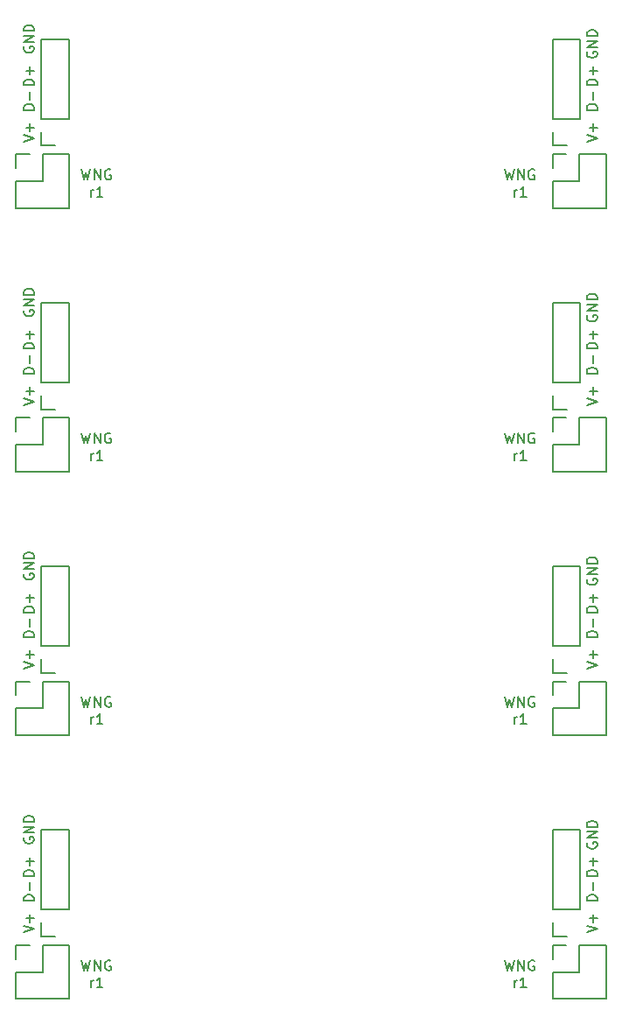
<source format=gbr>
G04 #@! TF.GenerationSoftware,KiCad,Pcbnew,5.1.6-c6e7f7d~86~ubuntu16.04.1*
G04 #@! TF.CreationDate,2020-05-16T13:50:45+09:00*
G04 #@! TF.ProjectId,output.usb_breakout_array,6f757470-7574-42e7-9573-625f62726561,rev?*
G04 #@! TF.SameCoordinates,Original*
G04 #@! TF.FileFunction,Legend,Top*
G04 #@! TF.FilePolarity,Positive*
%FSLAX46Y46*%
G04 Gerber Fmt 4.6, Leading zero omitted, Abs format (unit mm)*
G04 Created by KiCad (PCBNEW 5.1.6-c6e7f7d~86~ubuntu16.04.1) date 2020-05-16 13:50:45*
%MOMM*%
%LPD*%
G01*
G04 APERTURE LIST*
%ADD10C,0.153000*%
%ADD11C,0.150000*%
G04 APERTURE END LIST*
D10*
X176452380Y-175452380D02*
X177452380Y-175119047D01*
X176452380Y-174785714D01*
X177071428Y-174452380D02*
X177071428Y-173690476D01*
X177452380Y-174071428D02*
X176690476Y-174071428D01*
X176452380Y-149952380D02*
X177452380Y-149619047D01*
X176452380Y-149285714D01*
X177071428Y-148952380D02*
X177071428Y-148190476D01*
X177452380Y-148571428D02*
X176690476Y-148571428D01*
X176452380Y-124452380D02*
X177452380Y-124119047D01*
X176452380Y-123785714D01*
X177071428Y-123452380D02*
X177071428Y-122690476D01*
X177452380Y-123071428D02*
X176690476Y-123071428D01*
X121952380Y-175452380D02*
X122952380Y-175119047D01*
X121952380Y-174785714D01*
X122571428Y-174452380D02*
X122571428Y-173690476D01*
X122952380Y-174071428D02*
X122190476Y-174071428D01*
X121952380Y-149952380D02*
X122952380Y-149619047D01*
X121952380Y-149285714D01*
X122571428Y-148952380D02*
X122571428Y-148190476D01*
X122952380Y-148571428D02*
X122190476Y-148571428D01*
X121952380Y-124452380D02*
X122952380Y-124119047D01*
X121952380Y-123785714D01*
X122571428Y-123452380D02*
X122571428Y-122690476D01*
X122952380Y-123071428D02*
X122190476Y-123071428D01*
X122952380Y-169980952D02*
X121952380Y-169980952D01*
X121952380Y-169742857D01*
X122000000Y-169600000D01*
X122095238Y-169504761D01*
X122190476Y-169457142D01*
X122380952Y-169409523D01*
X122523809Y-169409523D01*
X122714285Y-169457142D01*
X122809523Y-169504761D01*
X122904761Y-169600000D01*
X122952380Y-169742857D01*
X122952380Y-169980952D01*
X122571428Y-168980952D02*
X122571428Y-168219047D01*
X122952380Y-168600000D02*
X122190476Y-168600000D01*
X122952380Y-144480952D02*
X121952380Y-144480952D01*
X121952380Y-144242857D01*
X122000000Y-144100000D01*
X122095238Y-144004761D01*
X122190476Y-143957142D01*
X122380952Y-143909523D01*
X122523809Y-143909523D01*
X122714285Y-143957142D01*
X122809523Y-144004761D01*
X122904761Y-144100000D01*
X122952380Y-144242857D01*
X122952380Y-144480952D01*
X122571428Y-143480952D02*
X122571428Y-142719047D01*
X122952380Y-143100000D02*
X122190476Y-143100000D01*
X122952380Y-118980952D02*
X121952380Y-118980952D01*
X121952380Y-118742857D01*
X122000000Y-118600000D01*
X122095238Y-118504761D01*
X122190476Y-118457142D01*
X122380952Y-118409523D01*
X122523809Y-118409523D01*
X122714285Y-118457142D01*
X122809523Y-118504761D01*
X122904761Y-118600000D01*
X122952380Y-118742857D01*
X122952380Y-118980952D01*
X122571428Y-117980952D02*
X122571428Y-117219047D01*
X122952380Y-117600000D02*
X122190476Y-117600000D01*
X177452380Y-172380952D02*
X176452380Y-172380952D01*
X176452380Y-172142857D01*
X176500000Y-172000000D01*
X176595238Y-171904761D01*
X176690476Y-171857142D01*
X176880952Y-171809523D01*
X177023809Y-171809523D01*
X177214285Y-171857142D01*
X177309523Y-171904761D01*
X177404761Y-172000000D01*
X177452380Y-172142857D01*
X177452380Y-172380952D01*
X177071428Y-171380952D02*
X177071428Y-170619047D01*
X177452380Y-146880952D02*
X176452380Y-146880952D01*
X176452380Y-146642857D01*
X176500000Y-146500000D01*
X176595238Y-146404761D01*
X176690476Y-146357142D01*
X176880952Y-146309523D01*
X177023809Y-146309523D01*
X177214285Y-146357142D01*
X177309523Y-146404761D01*
X177404761Y-146500000D01*
X177452380Y-146642857D01*
X177452380Y-146880952D01*
X177071428Y-145880952D02*
X177071428Y-145119047D01*
X177452380Y-121380952D02*
X176452380Y-121380952D01*
X176452380Y-121142857D01*
X176500000Y-121000000D01*
X176595238Y-120904761D01*
X176690476Y-120857142D01*
X176880952Y-120809523D01*
X177023809Y-120809523D01*
X177214285Y-120857142D01*
X177309523Y-120904761D01*
X177404761Y-121000000D01*
X177452380Y-121142857D01*
X177452380Y-121380952D01*
X177071428Y-120380952D02*
X177071428Y-119619047D01*
X122952380Y-172380952D02*
X121952380Y-172380952D01*
X121952380Y-172142857D01*
X122000000Y-172000000D01*
X122095238Y-171904761D01*
X122190476Y-171857142D01*
X122380952Y-171809523D01*
X122523809Y-171809523D01*
X122714285Y-171857142D01*
X122809523Y-171904761D01*
X122904761Y-172000000D01*
X122952380Y-172142857D01*
X122952380Y-172380952D01*
X122571428Y-171380952D02*
X122571428Y-170619047D01*
X122952380Y-146880952D02*
X121952380Y-146880952D01*
X121952380Y-146642857D01*
X122000000Y-146500000D01*
X122095238Y-146404761D01*
X122190476Y-146357142D01*
X122380952Y-146309523D01*
X122523809Y-146309523D01*
X122714285Y-146357142D01*
X122809523Y-146404761D01*
X122904761Y-146500000D01*
X122952380Y-146642857D01*
X122952380Y-146880952D01*
X122571428Y-145880952D02*
X122571428Y-145119047D01*
X122952380Y-121380952D02*
X121952380Y-121380952D01*
X121952380Y-121142857D01*
X122000000Y-121000000D01*
X122095238Y-120904761D01*
X122190476Y-120857142D01*
X122380952Y-120809523D01*
X122523809Y-120809523D01*
X122714285Y-120857142D01*
X122809523Y-120904761D01*
X122904761Y-121000000D01*
X122952380Y-121142857D01*
X122952380Y-121380952D01*
X122571428Y-120380952D02*
X122571428Y-119619047D01*
X176500000Y-166761904D02*
X176452380Y-166857142D01*
X176452380Y-167000000D01*
X176500000Y-167142857D01*
X176595238Y-167238095D01*
X176690476Y-167285714D01*
X176880952Y-167333333D01*
X177023809Y-167333333D01*
X177214285Y-167285714D01*
X177309523Y-167238095D01*
X177404761Y-167142857D01*
X177452380Y-167000000D01*
X177452380Y-166904761D01*
X177404761Y-166761904D01*
X177357142Y-166714285D01*
X177023809Y-166714285D01*
X177023809Y-166904761D01*
X177452380Y-166285714D02*
X176452380Y-166285714D01*
X177452380Y-165714285D01*
X176452380Y-165714285D01*
X177452380Y-165238095D02*
X176452380Y-165238095D01*
X176452380Y-165000000D01*
X176500000Y-164857142D01*
X176595238Y-164761904D01*
X176690476Y-164714285D01*
X176880952Y-164666666D01*
X177023809Y-164666666D01*
X177214285Y-164714285D01*
X177309523Y-164761904D01*
X177404761Y-164857142D01*
X177452380Y-165000000D01*
X177452380Y-165238095D01*
X176500000Y-141261904D02*
X176452380Y-141357142D01*
X176452380Y-141500000D01*
X176500000Y-141642857D01*
X176595238Y-141738095D01*
X176690476Y-141785714D01*
X176880952Y-141833333D01*
X177023809Y-141833333D01*
X177214285Y-141785714D01*
X177309523Y-141738095D01*
X177404761Y-141642857D01*
X177452380Y-141500000D01*
X177452380Y-141404761D01*
X177404761Y-141261904D01*
X177357142Y-141214285D01*
X177023809Y-141214285D01*
X177023809Y-141404761D01*
X177452380Y-140785714D02*
X176452380Y-140785714D01*
X177452380Y-140214285D01*
X176452380Y-140214285D01*
X177452380Y-139738095D02*
X176452380Y-139738095D01*
X176452380Y-139500000D01*
X176500000Y-139357142D01*
X176595238Y-139261904D01*
X176690476Y-139214285D01*
X176880952Y-139166666D01*
X177023809Y-139166666D01*
X177214285Y-139214285D01*
X177309523Y-139261904D01*
X177404761Y-139357142D01*
X177452380Y-139500000D01*
X177452380Y-139738095D01*
X176500000Y-115761904D02*
X176452380Y-115857142D01*
X176452380Y-116000000D01*
X176500000Y-116142857D01*
X176595238Y-116238095D01*
X176690476Y-116285714D01*
X176880952Y-116333333D01*
X177023809Y-116333333D01*
X177214285Y-116285714D01*
X177309523Y-116238095D01*
X177404761Y-116142857D01*
X177452380Y-116000000D01*
X177452380Y-115904761D01*
X177404761Y-115761904D01*
X177357142Y-115714285D01*
X177023809Y-115714285D01*
X177023809Y-115904761D01*
X177452380Y-115285714D02*
X176452380Y-115285714D01*
X177452380Y-114714285D01*
X176452380Y-114714285D01*
X177452380Y-114238095D02*
X176452380Y-114238095D01*
X176452380Y-114000000D01*
X176500000Y-113857142D01*
X176595238Y-113761904D01*
X176690476Y-113714285D01*
X176880952Y-113666666D01*
X177023809Y-113666666D01*
X177214285Y-113714285D01*
X177309523Y-113761904D01*
X177404761Y-113857142D01*
X177452380Y-114000000D01*
X177452380Y-114238095D01*
X168547619Y-178125880D02*
X168785714Y-179125880D01*
X168976190Y-178411595D01*
X169166666Y-179125880D01*
X169404761Y-178125880D01*
X169785714Y-179125880D02*
X169785714Y-178125880D01*
X170357142Y-179125880D01*
X170357142Y-178125880D01*
X171357142Y-178173500D02*
X171261904Y-178125880D01*
X171119047Y-178125880D01*
X170976190Y-178173500D01*
X170880952Y-178268738D01*
X170833333Y-178363976D01*
X170785714Y-178554452D01*
X170785714Y-178697309D01*
X170833333Y-178887785D01*
X170880952Y-178983023D01*
X170976190Y-179078261D01*
X171119047Y-179125880D01*
X171214285Y-179125880D01*
X171357142Y-179078261D01*
X171404761Y-179030642D01*
X171404761Y-178697309D01*
X171214285Y-178697309D01*
X169452380Y-180778880D02*
X169452380Y-180112214D01*
X169452380Y-180302690D02*
X169500000Y-180207452D01*
X169547619Y-180159833D01*
X169642857Y-180112214D01*
X169738095Y-180112214D01*
X170595238Y-180778880D02*
X170023809Y-180778880D01*
X170309523Y-180778880D02*
X170309523Y-179778880D01*
X170214285Y-179921738D01*
X170119047Y-180016976D01*
X170023809Y-180064595D01*
X168547619Y-152625880D02*
X168785714Y-153625880D01*
X168976190Y-152911595D01*
X169166666Y-153625880D01*
X169404761Y-152625880D01*
X169785714Y-153625880D02*
X169785714Y-152625880D01*
X170357142Y-153625880D01*
X170357142Y-152625880D01*
X171357142Y-152673500D02*
X171261904Y-152625880D01*
X171119047Y-152625880D01*
X170976190Y-152673500D01*
X170880952Y-152768738D01*
X170833333Y-152863976D01*
X170785714Y-153054452D01*
X170785714Y-153197309D01*
X170833333Y-153387785D01*
X170880952Y-153483023D01*
X170976190Y-153578261D01*
X171119047Y-153625880D01*
X171214285Y-153625880D01*
X171357142Y-153578261D01*
X171404761Y-153530642D01*
X171404761Y-153197309D01*
X171214285Y-153197309D01*
X169452380Y-155278880D02*
X169452380Y-154612214D01*
X169452380Y-154802690D02*
X169500000Y-154707452D01*
X169547619Y-154659833D01*
X169642857Y-154612214D01*
X169738095Y-154612214D01*
X170595238Y-155278880D02*
X170023809Y-155278880D01*
X170309523Y-155278880D02*
X170309523Y-154278880D01*
X170214285Y-154421738D01*
X170119047Y-154516976D01*
X170023809Y-154564595D01*
X168547619Y-127125880D02*
X168785714Y-128125880D01*
X168976190Y-127411595D01*
X169166666Y-128125880D01*
X169404761Y-127125880D01*
X169785714Y-128125880D02*
X169785714Y-127125880D01*
X170357142Y-128125880D01*
X170357142Y-127125880D01*
X171357142Y-127173500D02*
X171261904Y-127125880D01*
X171119047Y-127125880D01*
X170976190Y-127173500D01*
X170880952Y-127268738D01*
X170833333Y-127363976D01*
X170785714Y-127554452D01*
X170785714Y-127697309D01*
X170833333Y-127887785D01*
X170880952Y-127983023D01*
X170976190Y-128078261D01*
X171119047Y-128125880D01*
X171214285Y-128125880D01*
X171357142Y-128078261D01*
X171404761Y-128030642D01*
X171404761Y-127697309D01*
X171214285Y-127697309D01*
X169452380Y-129778880D02*
X169452380Y-129112214D01*
X169452380Y-129302690D02*
X169500000Y-129207452D01*
X169547619Y-129159833D01*
X169642857Y-129112214D01*
X169738095Y-129112214D01*
X170595238Y-129778880D02*
X170023809Y-129778880D01*
X170309523Y-129778880D02*
X170309523Y-128778880D01*
X170214285Y-128921738D01*
X170119047Y-129016976D01*
X170023809Y-129064595D01*
X127547619Y-178125880D02*
X127785714Y-179125880D01*
X127976190Y-178411595D01*
X128166666Y-179125880D01*
X128404761Y-178125880D01*
X128785714Y-179125880D02*
X128785714Y-178125880D01*
X129357142Y-179125880D01*
X129357142Y-178125880D01*
X130357142Y-178173500D02*
X130261904Y-178125880D01*
X130119047Y-178125880D01*
X129976190Y-178173500D01*
X129880952Y-178268738D01*
X129833333Y-178363976D01*
X129785714Y-178554452D01*
X129785714Y-178697309D01*
X129833333Y-178887785D01*
X129880952Y-178983023D01*
X129976190Y-179078261D01*
X130119047Y-179125880D01*
X130214285Y-179125880D01*
X130357142Y-179078261D01*
X130404761Y-179030642D01*
X130404761Y-178697309D01*
X130214285Y-178697309D01*
X128452380Y-180778880D02*
X128452380Y-180112214D01*
X128452380Y-180302690D02*
X128500000Y-180207452D01*
X128547619Y-180159833D01*
X128642857Y-180112214D01*
X128738095Y-180112214D01*
X129595238Y-180778880D02*
X129023809Y-180778880D01*
X129309523Y-180778880D02*
X129309523Y-179778880D01*
X129214285Y-179921738D01*
X129119047Y-180016976D01*
X129023809Y-180064595D01*
X127547619Y-152625880D02*
X127785714Y-153625880D01*
X127976190Y-152911595D01*
X128166666Y-153625880D01*
X128404761Y-152625880D01*
X128785714Y-153625880D02*
X128785714Y-152625880D01*
X129357142Y-153625880D01*
X129357142Y-152625880D01*
X130357142Y-152673500D02*
X130261904Y-152625880D01*
X130119047Y-152625880D01*
X129976190Y-152673500D01*
X129880952Y-152768738D01*
X129833333Y-152863976D01*
X129785714Y-153054452D01*
X129785714Y-153197309D01*
X129833333Y-153387785D01*
X129880952Y-153483023D01*
X129976190Y-153578261D01*
X130119047Y-153625880D01*
X130214285Y-153625880D01*
X130357142Y-153578261D01*
X130404761Y-153530642D01*
X130404761Y-153197309D01*
X130214285Y-153197309D01*
X128452380Y-155278880D02*
X128452380Y-154612214D01*
X128452380Y-154802690D02*
X128500000Y-154707452D01*
X128547619Y-154659833D01*
X128642857Y-154612214D01*
X128738095Y-154612214D01*
X129595238Y-155278880D02*
X129023809Y-155278880D01*
X129309523Y-155278880D02*
X129309523Y-154278880D01*
X129214285Y-154421738D01*
X129119047Y-154516976D01*
X129023809Y-154564595D01*
X127547619Y-127125880D02*
X127785714Y-128125880D01*
X127976190Y-127411595D01*
X128166666Y-128125880D01*
X128404761Y-127125880D01*
X128785714Y-128125880D02*
X128785714Y-127125880D01*
X129357142Y-128125880D01*
X129357142Y-127125880D01*
X130357142Y-127173500D02*
X130261904Y-127125880D01*
X130119047Y-127125880D01*
X129976190Y-127173500D01*
X129880952Y-127268738D01*
X129833333Y-127363976D01*
X129785714Y-127554452D01*
X129785714Y-127697309D01*
X129833333Y-127887785D01*
X129880952Y-127983023D01*
X129976190Y-128078261D01*
X130119047Y-128125880D01*
X130214285Y-128125880D01*
X130357142Y-128078261D01*
X130404761Y-128030642D01*
X130404761Y-127697309D01*
X130214285Y-127697309D01*
X128452380Y-129778880D02*
X128452380Y-129112214D01*
X128452380Y-129302690D02*
X128500000Y-129207452D01*
X128547619Y-129159833D01*
X128642857Y-129112214D01*
X128738095Y-129112214D01*
X129595238Y-129778880D02*
X129023809Y-129778880D01*
X129309523Y-129778880D02*
X129309523Y-128778880D01*
X129214285Y-128921738D01*
X129119047Y-129016976D01*
X129023809Y-129064595D01*
X122000000Y-166261904D02*
X121952380Y-166357142D01*
X121952380Y-166500000D01*
X122000000Y-166642857D01*
X122095238Y-166738095D01*
X122190476Y-166785714D01*
X122380952Y-166833333D01*
X122523809Y-166833333D01*
X122714285Y-166785714D01*
X122809523Y-166738095D01*
X122904761Y-166642857D01*
X122952380Y-166500000D01*
X122952380Y-166404761D01*
X122904761Y-166261904D01*
X122857142Y-166214285D01*
X122523809Y-166214285D01*
X122523809Y-166404761D01*
X122952380Y-165785714D02*
X121952380Y-165785714D01*
X122952380Y-165214285D01*
X121952380Y-165214285D01*
X122952380Y-164738095D02*
X121952380Y-164738095D01*
X121952380Y-164500000D01*
X122000000Y-164357142D01*
X122095238Y-164261904D01*
X122190476Y-164214285D01*
X122380952Y-164166666D01*
X122523809Y-164166666D01*
X122714285Y-164214285D01*
X122809523Y-164261904D01*
X122904761Y-164357142D01*
X122952380Y-164500000D01*
X122952380Y-164738095D01*
X122000000Y-140761904D02*
X121952380Y-140857142D01*
X121952380Y-141000000D01*
X122000000Y-141142857D01*
X122095238Y-141238095D01*
X122190476Y-141285714D01*
X122380952Y-141333333D01*
X122523809Y-141333333D01*
X122714285Y-141285714D01*
X122809523Y-141238095D01*
X122904761Y-141142857D01*
X122952380Y-141000000D01*
X122952380Y-140904761D01*
X122904761Y-140761904D01*
X122857142Y-140714285D01*
X122523809Y-140714285D01*
X122523809Y-140904761D01*
X122952380Y-140285714D02*
X121952380Y-140285714D01*
X122952380Y-139714285D01*
X121952380Y-139714285D01*
X122952380Y-139238095D02*
X121952380Y-139238095D01*
X121952380Y-139000000D01*
X122000000Y-138857142D01*
X122095238Y-138761904D01*
X122190476Y-138714285D01*
X122380952Y-138666666D01*
X122523809Y-138666666D01*
X122714285Y-138714285D01*
X122809523Y-138761904D01*
X122904761Y-138857142D01*
X122952380Y-139000000D01*
X122952380Y-139238095D01*
X122000000Y-115261904D02*
X121952380Y-115357142D01*
X121952380Y-115500000D01*
X122000000Y-115642857D01*
X122095238Y-115738095D01*
X122190476Y-115785714D01*
X122380952Y-115833333D01*
X122523809Y-115833333D01*
X122714285Y-115785714D01*
X122809523Y-115738095D01*
X122904761Y-115642857D01*
X122952380Y-115500000D01*
X122952380Y-115404761D01*
X122904761Y-115261904D01*
X122857142Y-115214285D01*
X122523809Y-115214285D01*
X122523809Y-115404761D01*
X122952380Y-114785714D02*
X121952380Y-114785714D01*
X122952380Y-114214285D01*
X121952380Y-114214285D01*
X122952380Y-113738095D02*
X121952380Y-113738095D01*
X121952380Y-113500000D01*
X122000000Y-113357142D01*
X122095238Y-113261904D01*
X122190476Y-113214285D01*
X122380952Y-113166666D01*
X122523809Y-113166666D01*
X122714285Y-113214285D01*
X122809523Y-113261904D01*
X122904761Y-113357142D01*
X122952380Y-113500000D01*
X122952380Y-113738095D01*
X177452380Y-169980952D02*
X176452380Y-169980952D01*
X176452380Y-169742857D01*
X176500000Y-169600000D01*
X176595238Y-169504761D01*
X176690476Y-169457142D01*
X176880952Y-169409523D01*
X177023809Y-169409523D01*
X177214285Y-169457142D01*
X177309523Y-169504761D01*
X177404761Y-169600000D01*
X177452380Y-169742857D01*
X177452380Y-169980952D01*
X177071428Y-168980952D02*
X177071428Y-168219047D01*
X177452380Y-168600000D02*
X176690476Y-168600000D01*
X177452380Y-144480952D02*
X176452380Y-144480952D01*
X176452380Y-144242857D01*
X176500000Y-144100000D01*
X176595238Y-144004761D01*
X176690476Y-143957142D01*
X176880952Y-143909523D01*
X177023809Y-143909523D01*
X177214285Y-143957142D01*
X177309523Y-144004761D01*
X177404761Y-144100000D01*
X177452380Y-144242857D01*
X177452380Y-144480952D01*
X177071428Y-143480952D02*
X177071428Y-142719047D01*
X177452380Y-143100000D02*
X176690476Y-143100000D01*
X177452380Y-118980952D02*
X176452380Y-118980952D01*
X176452380Y-118742857D01*
X176500000Y-118600000D01*
X176595238Y-118504761D01*
X176690476Y-118457142D01*
X176880952Y-118409523D01*
X177023809Y-118409523D01*
X177214285Y-118457142D01*
X177309523Y-118504761D01*
X177404761Y-118600000D01*
X177452380Y-118742857D01*
X177452380Y-118980952D01*
X177071428Y-117980952D02*
X177071428Y-117219047D01*
X177452380Y-117600000D02*
X176690476Y-117600000D01*
X168547619Y-101625880D02*
X168785714Y-102625880D01*
X168976190Y-101911595D01*
X169166666Y-102625880D01*
X169404761Y-101625880D01*
X169785714Y-102625880D02*
X169785714Y-101625880D01*
X170357142Y-102625880D01*
X170357142Y-101625880D01*
X171357142Y-101673500D02*
X171261904Y-101625880D01*
X171119047Y-101625880D01*
X170976190Y-101673500D01*
X170880952Y-101768738D01*
X170833333Y-101863976D01*
X170785714Y-102054452D01*
X170785714Y-102197309D01*
X170833333Y-102387785D01*
X170880952Y-102483023D01*
X170976190Y-102578261D01*
X171119047Y-102625880D01*
X171214285Y-102625880D01*
X171357142Y-102578261D01*
X171404761Y-102530642D01*
X171404761Y-102197309D01*
X171214285Y-102197309D01*
X169452380Y-104278880D02*
X169452380Y-103612214D01*
X169452380Y-103802690D02*
X169500000Y-103707452D01*
X169547619Y-103659833D01*
X169642857Y-103612214D01*
X169738095Y-103612214D01*
X170595238Y-104278880D02*
X170023809Y-104278880D01*
X170309523Y-104278880D02*
X170309523Y-103278880D01*
X170214285Y-103421738D01*
X170119047Y-103516976D01*
X170023809Y-103564595D01*
X127547619Y-101625880D02*
X127785714Y-102625880D01*
X127976190Y-101911595D01*
X128166666Y-102625880D01*
X128404761Y-101625880D01*
X128785714Y-102625880D02*
X128785714Y-101625880D01*
X129357142Y-102625880D01*
X129357142Y-101625880D01*
X130357142Y-101673500D02*
X130261904Y-101625880D01*
X130119047Y-101625880D01*
X129976190Y-101673500D01*
X129880952Y-101768738D01*
X129833333Y-101863976D01*
X129785714Y-102054452D01*
X129785714Y-102197309D01*
X129833333Y-102387785D01*
X129880952Y-102483023D01*
X129976190Y-102578261D01*
X130119047Y-102625880D01*
X130214285Y-102625880D01*
X130357142Y-102578261D01*
X130404761Y-102530642D01*
X130404761Y-102197309D01*
X130214285Y-102197309D01*
X128452380Y-104278880D02*
X128452380Y-103612214D01*
X128452380Y-103802690D02*
X128500000Y-103707452D01*
X128547619Y-103659833D01*
X128642857Y-103612214D01*
X128738095Y-103612214D01*
X129595238Y-104278880D02*
X129023809Y-104278880D01*
X129309523Y-104278880D02*
X129309523Y-103278880D01*
X129214285Y-103421738D01*
X129119047Y-103516976D01*
X129023809Y-103564595D01*
X122952380Y-95880952D02*
X121952380Y-95880952D01*
X121952380Y-95642857D01*
X122000000Y-95500000D01*
X122095238Y-95404761D01*
X122190476Y-95357142D01*
X122380952Y-95309523D01*
X122523809Y-95309523D01*
X122714285Y-95357142D01*
X122809523Y-95404761D01*
X122904761Y-95500000D01*
X122952380Y-95642857D01*
X122952380Y-95880952D01*
X122571428Y-94880952D02*
X122571428Y-94119047D01*
X176500000Y-90261904D02*
X176452380Y-90357142D01*
X176452380Y-90500000D01*
X176500000Y-90642857D01*
X176595238Y-90738095D01*
X176690476Y-90785714D01*
X176880952Y-90833333D01*
X177023809Y-90833333D01*
X177214285Y-90785714D01*
X177309523Y-90738095D01*
X177404761Y-90642857D01*
X177452380Y-90500000D01*
X177452380Y-90404761D01*
X177404761Y-90261904D01*
X177357142Y-90214285D01*
X177023809Y-90214285D01*
X177023809Y-90404761D01*
X177452380Y-89785714D02*
X176452380Y-89785714D01*
X177452380Y-89214285D01*
X176452380Y-89214285D01*
X177452380Y-88738095D02*
X176452380Y-88738095D01*
X176452380Y-88500000D01*
X176500000Y-88357142D01*
X176595238Y-88261904D01*
X176690476Y-88214285D01*
X176880952Y-88166666D01*
X177023809Y-88166666D01*
X177214285Y-88214285D01*
X177309523Y-88261904D01*
X177404761Y-88357142D01*
X177452380Y-88500000D01*
X177452380Y-88738095D01*
X176452380Y-98952380D02*
X177452380Y-98619047D01*
X176452380Y-98285714D01*
X177071428Y-97952380D02*
X177071428Y-97190476D01*
X177452380Y-97571428D02*
X176690476Y-97571428D01*
X177452380Y-95880952D02*
X176452380Y-95880952D01*
X176452380Y-95642857D01*
X176500000Y-95500000D01*
X176595238Y-95404761D01*
X176690476Y-95357142D01*
X176880952Y-95309523D01*
X177023809Y-95309523D01*
X177214285Y-95357142D01*
X177309523Y-95404761D01*
X177404761Y-95500000D01*
X177452380Y-95642857D01*
X177452380Y-95880952D01*
X177071428Y-94880952D02*
X177071428Y-94119047D01*
X177452380Y-93480952D02*
X176452380Y-93480952D01*
X176452380Y-93242857D01*
X176500000Y-93100000D01*
X176595238Y-93004761D01*
X176690476Y-92957142D01*
X176880952Y-92909523D01*
X177023809Y-92909523D01*
X177214285Y-92957142D01*
X177309523Y-93004761D01*
X177404761Y-93100000D01*
X177452380Y-93242857D01*
X177452380Y-93480952D01*
X177071428Y-92480952D02*
X177071428Y-91719047D01*
X177452380Y-92100000D02*
X176690476Y-92100000D01*
X121952380Y-98952380D02*
X122952380Y-98619047D01*
X121952380Y-98285714D01*
X122571428Y-97952380D02*
X122571428Y-97190476D01*
X122952380Y-97571428D02*
X122190476Y-97571428D01*
X122000000Y-89761904D02*
X121952380Y-89857142D01*
X121952380Y-90000000D01*
X122000000Y-90142857D01*
X122095238Y-90238095D01*
X122190476Y-90285714D01*
X122380952Y-90333333D01*
X122523809Y-90333333D01*
X122714285Y-90285714D01*
X122809523Y-90238095D01*
X122904761Y-90142857D01*
X122952380Y-90000000D01*
X122952380Y-89904761D01*
X122904761Y-89761904D01*
X122857142Y-89714285D01*
X122523809Y-89714285D01*
X122523809Y-89904761D01*
X122952380Y-89285714D02*
X121952380Y-89285714D01*
X122952380Y-88714285D01*
X121952380Y-88714285D01*
X122952380Y-88238095D02*
X121952380Y-88238095D01*
X121952380Y-88000000D01*
X122000000Y-87857142D01*
X122095238Y-87761904D01*
X122190476Y-87714285D01*
X122380952Y-87666666D01*
X122523809Y-87666666D01*
X122714285Y-87714285D01*
X122809523Y-87761904D01*
X122904761Y-87857142D01*
X122952380Y-88000000D01*
X122952380Y-88238095D01*
X122952380Y-93480952D02*
X121952380Y-93480952D01*
X121952380Y-93242857D01*
X122000000Y-93100000D01*
X122095238Y-93004761D01*
X122190476Y-92957142D01*
X122380952Y-92909523D01*
X122523809Y-92909523D01*
X122714285Y-92957142D01*
X122809523Y-93004761D01*
X122904761Y-93100000D01*
X122952380Y-93242857D01*
X122952380Y-93480952D01*
X122571428Y-92480952D02*
X122571428Y-91719047D01*
X122952380Y-92100000D02*
X122190476Y-92100000D01*
X175830000Y-173230000D02*
X173170000Y-173230000D01*
X175830000Y-173230000D02*
X175830000Y-165550000D01*
X175830000Y-165550000D02*
X173170000Y-165550000D01*
X173170000Y-173230000D02*
X173170000Y-165550000D01*
X173170000Y-175830000D02*
X173170000Y-174500000D01*
X174500000Y-175830000D02*
X173170000Y-175830000D01*
X175830000Y-147730000D02*
X173170000Y-147730000D01*
X175830000Y-147730000D02*
X175830000Y-140050000D01*
X175830000Y-140050000D02*
X173170000Y-140050000D01*
X173170000Y-147730000D02*
X173170000Y-140050000D01*
X173170000Y-150330000D02*
X173170000Y-149000000D01*
X174500000Y-150330000D02*
X173170000Y-150330000D01*
X175830000Y-122230000D02*
X173170000Y-122230000D01*
X175830000Y-122230000D02*
X175830000Y-114550000D01*
X175830000Y-114550000D02*
X173170000Y-114550000D01*
X173170000Y-122230000D02*
X173170000Y-114550000D01*
X173170000Y-124830000D02*
X173170000Y-123500000D01*
X174500000Y-124830000D02*
X173170000Y-124830000D01*
X173130000Y-181870000D02*
X178330000Y-181870000D01*
X173130000Y-179270000D02*
X173130000Y-181870000D01*
X178330000Y-176670000D02*
X178330000Y-181870000D01*
X173130000Y-179270000D02*
X175730000Y-179270000D01*
X175730000Y-179270000D02*
X175730000Y-176670000D01*
X175730000Y-176670000D02*
X178330000Y-176670000D01*
X173130000Y-178000000D02*
X173130000Y-176670000D01*
X173130000Y-176670000D02*
X174460000Y-176670000D01*
X173130000Y-156370000D02*
X178330000Y-156370000D01*
X173130000Y-153770000D02*
X173130000Y-156370000D01*
X178330000Y-151170000D02*
X178330000Y-156370000D01*
X173130000Y-153770000D02*
X175730000Y-153770000D01*
X175730000Y-153770000D02*
X175730000Y-151170000D01*
X175730000Y-151170000D02*
X178330000Y-151170000D01*
X173130000Y-152500000D02*
X173130000Y-151170000D01*
X173130000Y-151170000D02*
X174460000Y-151170000D01*
X173130000Y-130870000D02*
X178330000Y-130870000D01*
X173130000Y-128270000D02*
X173130000Y-130870000D01*
X178330000Y-125670000D02*
X178330000Y-130870000D01*
X173130000Y-128270000D02*
X175730000Y-128270000D01*
X175730000Y-128270000D02*
X175730000Y-125670000D01*
X175730000Y-125670000D02*
X178330000Y-125670000D01*
X173130000Y-127000000D02*
X173130000Y-125670000D01*
X173130000Y-125670000D02*
X174460000Y-125670000D01*
X121170000Y-181870000D02*
X126370000Y-181870000D01*
X121170000Y-179270000D02*
X121170000Y-181870000D01*
X126370000Y-176670000D02*
X126370000Y-181870000D01*
X121170000Y-179270000D02*
X123770000Y-179270000D01*
X123770000Y-179270000D02*
X123770000Y-176670000D01*
X123770000Y-176670000D02*
X126370000Y-176670000D01*
X121170000Y-178000000D02*
X121170000Y-176670000D01*
X121170000Y-176670000D02*
X122500000Y-176670000D01*
X121170000Y-156370000D02*
X126370000Y-156370000D01*
X121170000Y-153770000D02*
X121170000Y-156370000D01*
X126370000Y-151170000D02*
X126370000Y-156370000D01*
X121170000Y-153770000D02*
X123770000Y-153770000D01*
X123770000Y-153770000D02*
X123770000Y-151170000D01*
X123770000Y-151170000D02*
X126370000Y-151170000D01*
X121170000Y-152500000D02*
X121170000Y-151170000D01*
X121170000Y-151170000D02*
X122500000Y-151170000D01*
X121170000Y-130870000D02*
X126370000Y-130870000D01*
X121170000Y-128270000D02*
X121170000Y-130870000D01*
X126370000Y-125670000D02*
X126370000Y-130870000D01*
X121170000Y-128270000D02*
X123770000Y-128270000D01*
X123770000Y-128270000D02*
X123770000Y-125670000D01*
X123770000Y-125670000D02*
X126370000Y-125670000D01*
X121170000Y-127000000D02*
X121170000Y-125670000D01*
X121170000Y-125670000D02*
X122500000Y-125670000D01*
X126330000Y-173230000D02*
X123670000Y-173230000D01*
X126330000Y-173230000D02*
X126330000Y-165550000D01*
X126330000Y-165550000D02*
X123670000Y-165550000D01*
X123670000Y-173230000D02*
X123670000Y-165550000D01*
X123670000Y-175830000D02*
X123670000Y-174500000D01*
X125000000Y-175830000D02*
X123670000Y-175830000D01*
X126330000Y-147730000D02*
X123670000Y-147730000D01*
X126330000Y-147730000D02*
X126330000Y-140050000D01*
X126330000Y-140050000D02*
X123670000Y-140050000D01*
X123670000Y-147730000D02*
X123670000Y-140050000D01*
X123670000Y-150330000D02*
X123670000Y-149000000D01*
X125000000Y-150330000D02*
X123670000Y-150330000D01*
X126330000Y-122230000D02*
X123670000Y-122230000D01*
X126330000Y-122230000D02*
X126330000Y-114550000D01*
X126330000Y-114550000D02*
X123670000Y-114550000D01*
X123670000Y-122230000D02*
X123670000Y-114550000D01*
X123670000Y-124830000D02*
X123670000Y-123500000D01*
X125000000Y-124830000D02*
X123670000Y-124830000D01*
X173130000Y-100170000D02*
X174460000Y-100170000D01*
X173130000Y-101500000D02*
X173130000Y-100170000D01*
X175730000Y-100170000D02*
X178330000Y-100170000D01*
X175730000Y-102770000D02*
X175730000Y-100170000D01*
X173130000Y-102770000D02*
X175730000Y-102770000D01*
X178330000Y-100170000D02*
X178330000Y-105370000D01*
X173130000Y-102770000D02*
X173130000Y-105370000D01*
X173130000Y-105370000D02*
X178330000Y-105370000D01*
X121170000Y-100170000D02*
X122500000Y-100170000D01*
X121170000Y-101500000D02*
X121170000Y-100170000D01*
X123770000Y-100170000D02*
X126370000Y-100170000D01*
X123770000Y-102770000D02*
X123770000Y-100170000D01*
X121170000Y-102770000D02*
X123770000Y-102770000D01*
X126370000Y-100170000D02*
X126370000Y-105370000D01*
X121170000Y-102770000D02*
X121170000Y-105370000D01*
X121170000Y-105370000D02*
X126370000Y-105370000D01*
X174500000Y-99330000D02*
X173170000Y-99330000D01*
X173170000Y-99330000D02*
X173170000Y-98000000D01*
X173170000Y-96730000D02*
X173170000Y-89050000D01*
X175830000Y-89050000D02*
X173170000Y-89050000D01*
X175830000Y-96730000D02*
X175830000Y-89050000D01*
X175830000Y-96730000D02*
X173170000Y-96730000D01*
X125000000Y-99330000D02*
X123670000Y-99330000D01*
X123670000Y-99330000D02*
X123670000Y-98000000D01*
X123670000Y-96730000D02*
X123670000Y-89050000D01*
X126330000Y-89050000D02*
X123670000Y-89050000D01*
X126330000Y-96730000D02*
X126330000Y-89050000D01*
X126330000Y-96730000D02*
X123670000Y-96730000D01*
D11*
M02*

</source>
